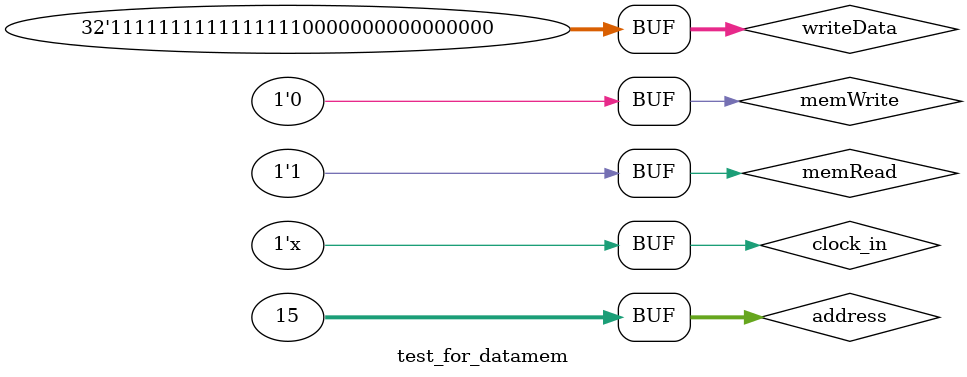
<source format=v>
`timescale 1ns / 1ps


module test_for_datamem;

	// Inputs
	reg clock_in;
	reg [31:0] address;
	reg [31:0] writeData;
	reg memRead;
	reg memWrite;

	// Outputs
	wire [31:0] readData;

	// Instantiate the Unit Under Test (UUT)
	data_memory uut (
		.clock_in(clock_in), 
		.address(address), 
		.readData(readData), 
		.writeData(writeData), 
		.memRead(memRead), 
		.memWrite(memWrite)
	);

	initial begin
		// Initialize Inputs
		clock_in = 0;
		address = 0;
		writeData = 0;
		memRead = 0;
		memWrite = 0;

		// Wait 100 ns for global reset to finish
        
		// Add stimulus here
		#185;
		memWrite = 1'b1;
		address = 32'h0000000f;
		writeData = 32'hffff0000;
		
		#250;
		memRead = 1'b1;
		memWrite = 1'b0;
	end
   always #100
	begin
	   clock_in = ~clock_in;
	end
endmodule


</source>
